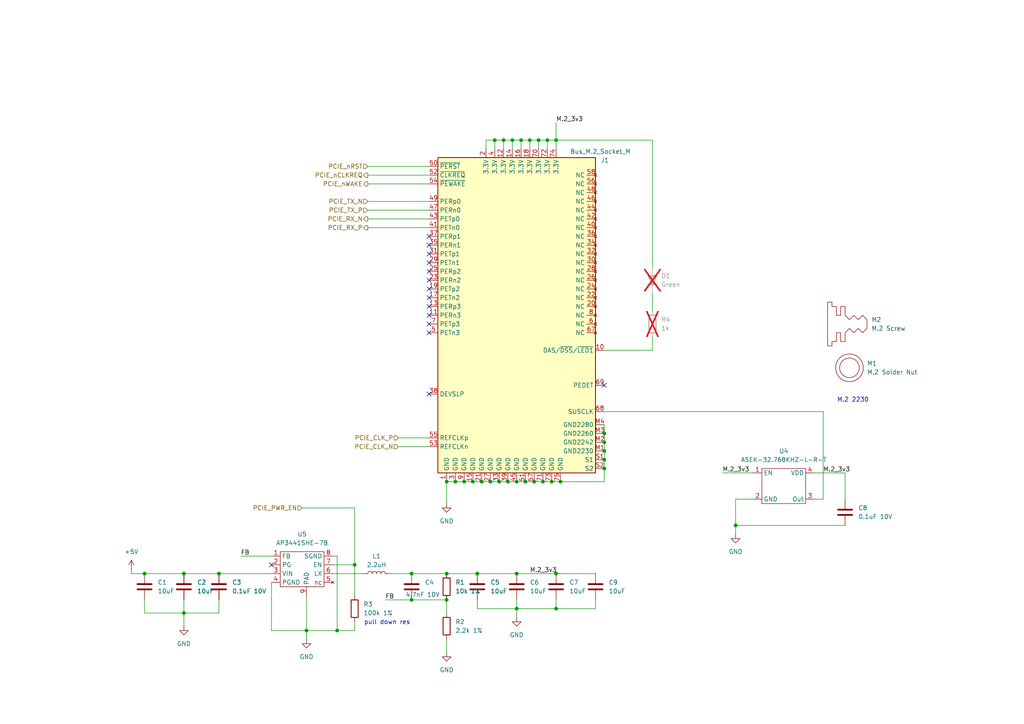
<source format=kicad_sch>
(kicad_sch (version 20250114) (generator "eeschema") (generator_version "9.0")
  (paper "A4")
  (lib_symbols
    (symbol "CM5IO:AP3441SHE-7B"
      (property "Reference" "U" (at -6.35 10.16 0))
      (property "Value" "AP3441SHE-7B" (at 0 7.62 0))
      (symbol "AP3441SHE-7B_0_1"
        (rectangle (start -6.35 6.35) (end 6.35 -3.81))
      )
      (symbol "AP3441SHE-7B_1_1"
        (pin passive line (at -8.89 5.08 0) (length 2.54) (name "FB") (number "1"))
        (pin open_collector line (at -8.89 2.54 0) (length 2.54) (name "PG") (number "2"))
        (pin power_in line (at -8.89 0 0) (length 2.54) (name "VIN") (number "3"))
        (pin power_in line (at -8.89 -2.54 0) (length 2.54) (name "PGND") (number "4"))
        (pin input line (at 1.27 -6.35 90) (length 2.54) (name "PAD") (number "9"))
        (pin power_in line (at 8.89 5.08 180) (length 2.54) (name "SGND") (number "8"))
        (pin input line (at 8.89 2.54 180) (length 2.54) (name "EN") (number "7"))
        (pin power_out line (at 8.89 0 180) (length 2.54) (name "LX") (number "6"))
        (pin no_connect line (at 8.89 -2.54 180) (length 2.54) (name "nc") (number "5"))
      )
    )
    (symbol "CM5IO:ASEK-32.768KHZ-L-R-T"
      (property "Reference" "U" (at -5.08 6.35 0))
      (property "Value" "ASEK-32.768KHZ-L-R-T" (at 0 -6.35 0))
      (symbol "ASEK-32.768KHZ-L-R-T_0_1"
        (rectangle (start -6.35 5.08) (end 6.35 -5.08))
      )
      (symbol "ASEK-32.768KHZ-L-R-T_1_1"
        (pin input line (at -8.89 3.81 0) (length 2.54) (name "EN") (number "1"))
        (pin power_in line (at -8.89 -3.81 0) (length 2.54) (name "GND") (number "2"))
        (pin power_in line (at 8.89 3.81 180) (length 2.54) (name "VDD") (number "4"))
        (pin output line (at 8.89 -3.81 180) (length 2.54) (name "Out") (number "3"))
      )
    )
    (symbol "CM5IO:Bus_M.2_Socket_M"
      (property "Reference" "J" (at -22.86 46.99 0))
      (property "Value" "Bus_M.2_Socket_M" (at 30.988 46.99 0))
      (symbol "Bus_M.2_Socket_M_0_1"
        (rectangle (start -22.86 45.72) (end 22.86 -45.72) (stroke (width 0.254)) (fill (type background)))
      )
      (symbol "Bus_M.2_Socket_M_1_1"
        (pin input line (at -25.4 43.18 0) (length 2.54) (name "~{PERST}") (number "50"))
        (pin bidirectional line (at -25.4 40.64 0) (length 2.54) (name "~{CLKREQ}") (number "52"))
        (pin bidirectional line (at -25.4 38.1 0) (length 2.54) (name "~{PEWAKE}") (number "54"))
        (pin input line (at -25.4 33.02 0) (length 2.54) (name "PERp0") (number "49"))
        (pin input line (at -25.4 30.48 0) (length 2.54) (name "PERn0") (number "47"))
        (pin output line (at -25.4 27.94 0) (length 2.54) (name "PETp0") (number "43"))
        (pin output line (at -25.4 25.4 0) (length 2.54) (name "PETn0") (number "41"))
        (pin input line (at -25.4 22.86 0) (length 2.54) (name "PERp1") (number "37"))
        (pin input line (at -25.4 20.32 0) (length 2.54) (name "PERn1") (number "35"))
        (pin output line (at -25.4 17.78 0) (length 2.54) (name "PETp1") (number "31"))
        (pin output line (at -25.4 15.24 0) (length 2.54) (name "PETn1") (number "29"))
        (pin input line (at -25.4 12.7 0) (length 2.54) (name "PERp2") (number "25"))
        (pin input line (at -25.4 10.16 0) (length 2.54) (name "PERn2") (number "23"))
        (pin output line (at -25.4 7.62 0) (length 2.54) (name "PETp2") (number "19"))
        (pin output line (at -25.4 5.08 0) (length 2.54) (name "PETn2") (number "17"))
        (pin input line (at -25.4 2.54 0) (length 2.54) (name "PERp3") (number "13"))
        (pin input line (at -25.4 0 0) (length 2.54) (name "PERn3") (number "11"))
        (pin output line (at -25.4 -2.54 0) (length 2.54) (name "PETp3") (number "7"))
        (pin output line (at -25.4 -5.08 0) (length 2.54) (name "PETn3") (number "5"))
        (pin input line (at -25.4 -22.86 0) (length 2.54) (name "DEVSLP") (number "38"))
        (pin input line (at -25.4 -35.56 0) (length 2.54) (name "REFCLKp") (number "55"))
        (pin input line (at -25.4 -38.1 0) (length 2.54) (name "REFCLKn") (number "53"))
        (pin power_in line (at -20.32 -48.26 90) (length 2.54) (name "GND") (number "1"))
        (pin power_in line (at -17.78 -48.26 90) (length 2.54) (name "GND") (number "3"))
        (pin power_in line (at -15.24 -48.26 90) (length 2.54) (name "GND") (number "9"))
        (pin power_in line (at -12.7 -48.26 90) (length 2.54) (name "GND") (number "15"))
        (pin power_in line (at -10.16 -48.26 90) (length 2.54) (name "GND") (number "21"))
        (pin power_in line (at -8.89 48.26 270) (length 2.54) (name "3.3V") (number "2"))
        (pin power_in line (at -7.62 -48.26 90) (length 2.54) (name "GND") (number "27"))
        (pin power_in line (at -6.35 48.26 270) (length 2.54) (name "3.3V") (number "4"))
        (pin power_in line (at -5.08 -48.26 90) (length 2.54) (name "GND") (number "33"))
        (pin power_in line (at -3.81 48.26 270) (length 2.54) (name "3.3V") (number "12"))
        (pin power_in line (at -2.54 -48.26 90) (length 2.54) (name "GND") (number "39"))
        (pin power_in line (at -1.27 48.26 270) (length 2.54) (name "3.3V") (number "14"))
        (pin power_in line (at 0 -48.26 90) (length 2.54) (name "GND") (number "45"))
        (pin power_in line (at 1.27 48.26 270) (length 2.54) (name "3.3V") (number "16"))
        (pin power_in line (at 2.54 -48.26 90) (length 2.54) (name "GND") (number "51"))
        (pin power_in line (at 3.81 48.26 270) (length 2.54) (name "3.3V") (number "18"))
        (pin power_in line (at 5.08 -48.26 90) (length 2.54) (name "GND") (number "57"))
        (pin power_in line (at 6.35 48.26 270) (length 2.54) (name "3.3V") (number "70"))
        (pin power_in line (at 7.62 -48.26 90) (length 2.54) (name "GND") (number "71"))
        (pin power_in line (at 8.89 48.26 270) (length 2.54) (name "3.3V") (number "72"))
        (pin power_in line (at 10.16 -48.26 90) (length 2.54) (name "GND") (number "73"))
        (pin power_in line (at 11.43 48.26 270) (length 2.54) (name "3.3V") (number "74"))
        (pin power_in line (at 12.7 -48.26 90) (length 2.54) (name "GND") (number "75"))
        (pin no_connect line (at 22.86 40.64 180) (length 2.54) (name "NC") (number "58"))
        (pin no_connect line (at 22.86 38.1 180) (length 2.54) (name "NC") (number "56"))
        (pin no_connect line (at 22.86 35.56 180) (length 2.54) (name "NC") (number "48"))
        (pin no_connect line (at 22.86 33.02 180) (length 2.54) (name "NC") (number "46"))
        (pin no_connect line (at 22.86 30.48 180) (length 2.54) (name "NC") (number "44"))
        (pin no_connect line (at 22.86 27.94 180) (length 2.54) (name "NC") (number "42"))
        (pin no_connect line (at 22.86 25.4 180) (length 2.54) (name "NC") (number "40"))
        (pin no_connect line (at 22.86 22.86 180) (length 2.54) (name "NC") (number "36"))
        (pin no_connect line (at 22.86 20.32 180) (length 2.54) (name "NC") (number "34"))
        (pin no_connect line (at 22.86 17.78 180) (length 2.54) (name "NC") (number "32"))
        (pin no_connect line (at 22.86 15.24 180) (length 2.54) (name "NC") (number "30"))
        (pin no_connect line (at 22.86 12.7 180) (length 2.54) (name "NC") (number "28"))
        (pin no_connect line (at 22.86 10.16 180) (length 2.54) (name "NC") (number "26"))
        (pin no_connect line (at 22.86 7.62 180) (length 2.54) (name "NC") (number "24"))
        (pin no_connect line (at 22.86 5.08 180) (length 2.54) (name "NC") (number "22"))
        (pin no_connect line (at 22.86 2.54 180) (length 2.54) (name "NC") (number "20"))
        (pin no_connect line (at 22.86 0 180) (length 2.54) (name "NC") (number "8"))
        (pin no_connect line (at 22.86 -2.54 180) (length 2.54) (name "NC") (number "6"))
        (pin no_connect line (at 22.86 -5.08 180) (length 2.54) (name "NC") (number "67"))
        (pin bidirectional line (at 25.4 -10.16 180) (length 2.54) (name "DAS/~{DSS}/~{LED1}") (number "10"))
        (pin passive line (at 25.4 -20.32 180) (length 2.54) (name "PEDET") (number "69"))
        (pin input line (at 25.4 -27.94 180) (length 2.54) (name "SUSCLK") (number "68"))
        (pin passive line (at 25.4 -31.75 180) (length 2.54) (name "GND2280") (number "M4"))
        (pin passive line (at 25.4 -34.29 180) (length 2.54) (name "GND2260") (number "M3"))
        (pin passive line (at 25.4 -36.83 180) (length 2.54) (name "GND2242") (number "M2"))
        (pin passive line (at 25.4 -39.37 180) (length 2.54) (name "GND2230") (number "M1"))
        (pin passive line (at 25.4 -41.91 180) (length 2.54) (name "S1") (number "S1"))
        (pin passive line (at 25.4 -44.45 180) (length 2.54) (name "S2") (number "S2"))
      )
    )
    (symbol "CM5IO:M.2_Screw" (pin_numbers (hide yes)) (pin_names (offset 0) (hide yes)) (on_board no)
      (property "Reference" "M" (at -0.254 -6.35 0))
      (property "Value" "M.2 Screw" (at 0.254 -8.636 0))
      (symbol "M.2_Screw_0_1"
        (polyline (pts (xy -5.08 0) (xy -5.08 -6.35) (xy -3.81 -6.35) (xy -3.81 -5.08) (xy -2.54 -5.08) (xy -2.54 -2.54) (xy -1.27 -2.54) (xy -1.27 -5.08) (xy 0 -5.08) (xy 0 -2.54) (xy 1.27 -1.27) (xy 2.54 -2.54) (xy 3.81 -1.27) (xy 5.08 -2.54) (xy 6.35 -1.27) (xy 6.35 1.27) (xy 5.08 2.54) (xy 3.81 1.27) (xy 2.54 2.54) (xy 1.27 1.27) (xy 0 2.54) (xy 0 5.08) (xy -1.27 5.08) (xy -1.27 2.54) (xy -2.54 2.54) (xy -2.54 5.08) (xy -3.81 5.08) (xy -3.81 6.35) (xy -5.08 6.35) (xy -5.08 0)))
      )
    )
    (symbol "CM5IO:SolderNut" (pin_numbers (hide yes)) (pin_names (offset 0) (hide yes)) (exclude_from_sim yes) (on_board no)
      (property "Reference" "M" (at -6.35 -3.556 0))
      (property "Value" "M.2 Solder Nut" (at 0.254 -5.842 0))
      (symbol "SolderNut_0_1"
        (circle (center 0 0) (radius 2.8398))
        (circle (center 0 0) (radius 4.0161))
      )
    )
    (symbol "Device:C" (pin_numbers (hide yes)) (pin_names (offset 0.254))
      (property "Reference" "C" (at 0.635 2.54 0))
      (property "Value" "C" (at 0.635 -2.54 0))
      (symbol "C_0_1"
        (polyline (pts (xy -2.032 0.762) (xy 2.032 0.762)) (stroke (width 0.508)))
        (polyline (pts (xy -2.032 -0.762) (xy 2.032 -0.762)) (stroke (width 0.508)))
      )
      (symbol "C_1_1"
        (pin passive line (at 0 3.81 270) (length 2.794) (name "~") (number "1"))
        (pin passive line (at 0 -3.81 90) (length 2.794) (name "~") (number "2"))
      )
    )
    (symbol "Device:D" (pin_numbers (hide yes)) (pin_names (offset 1.016) (hide yes))
      (property "Reference" "D" (at 0 2.54 0))
      (property "Value" "D" (at 0 -2.54 0))
      (symbol "D_0_1"
        (polyline (pts (xy -1.27 1.27) (xy -1.27 -1.27)) (stroke (width 0.254)))
        (polyline (pts (xy 1.27 1.27) (xy 1.27 -1.27) (xy -1.27 0) (xy 1.27 1.27)) (stroke (width 0.254)))
        (polyline (pts (xy 1.27 0) (xy -1.27 0)))
      )
      (symbol "D_1_1"
        (pin passive line (at -3.81 0 0) (length 2.54) (name "K") (number "1"))
        (pin passive line (at 3.81 0 180) (length 2.54) (name "A") (number "2"))
      )
    )
    (symbol "Device:L" (pin_numbers (hide yes)) (pin_names (offset 1.016) (hide yes))
      (property "Reference" "L" (at -1.27 0 90))
      (property "Value" "L" (at 1.905 0 90))
      (symbol "L_0_1"
        (arc (start 0 2.54) (mid 0.6323 1.905) (end 0 1.27))
        (arc (start 0 1.27) (mid 0.6323 0.635) (end 0 0))
        (arc (start 0 0) (mid 0.6323 -0.635) (end 0 -1.27))
        (arc (start 0 -1.27) (mid 0.6323 -1.905) (end 0 -2.54))
      )
      (symbol "L_1_1"
        (pin passive line (at 0 3.81 270) (length 1.27) (name "1") (number "1"))
        (pin passive line (at 0 -3.81 90) (length 1.27) (name "2") (number "2"))
      )
    )
    (symbol "Device:R" (pin_numbers (hide yes)) (pin_names (offset 0))
      (property "Reference" "R" (at 2.032 0 90))
      (property "Value" "R" (at 0 0 90))
      (symbol "R_0_1"
        (rectangle (start -1.016 -2.54) (end 1.016 2.54) (stroke (width 0.254)))
      )
      (symbol "R_1_1"
        (pin passive line (at 0 3.81 270) (length 1.27) (name "~") (number "1"))
        (pin passive line (at 0 -3.81 90) (length 1.27) (name "~") (number "2"))
      )
    )
    (symbol "power:+5V" (power) (pin_numbers (hide yes)) (pin_names (offset 0) (hide yes))
      (property "Value" "+5V" (at 0 3.556 0))
      (symbol "+5V_0_1"
        (polyline (pts (xy -0.762 1.27) (xy 0 2.54)))
        (polyline (pts (xy 0 2.54) (xy 0.762 1.27)))
        (polyline (pts (xy 0 0) (xy 0 2.54)))
      )
      (symbol "+5V_1_1"
        (pin power_in line (at 0 0 90) (length 0) (name "~") (number "1"))
      )
    )
    (symbol "power:GND" (power) (pin_numbers (hide yes)) (pin_names (offset 0) (hide yes))
      (property "Value" "GND" (at 0 -3.81 0))
      (symbol "GND_0_1"
        (polyline (pts (xy 0 0) (xy 0 -1.27) (xy 1.27 -1.27) (xy 0 -2.54) (xy -1.27 -1.27) (xy 0 -1.27)))
      )
      (symbol "GND_1_1"
        (pin power_in line (at 0 0 270) (length 0) (name "~") (number "1"))
      )
    )
  )
  (text "M.2 2230" (at 247.396 116.078 0) (effects (font (size 1.27 1.27))))
  (text "pull down res" (at 112.268 180.594 0) (effects (font (size 1.27 1.27))))
  (junction (at 97.79 182.88))
  (junction (at 175.26 128.27))
  (junction (at 102.87 163.83))
  (junction (at 144.78 139.7))
  (junction (at 53.34 166.37))
  (junction (at 152.4 139.7))
  (junction (at 53.34 177.8))
  (junction (at 175.26 135.89))
  (junction (at 142.24 139.7))
  (junction (at 156.21 40.64))
  (junction (at 161.29 166.37))
  (junction (at 63.5 166.37))
  (junction (at 149.86 139.7))
  (junction (at 134.62 139.7))
  (junction (at 160.02 139.7))
  (junction (at 149.86 176.53))
  (junction (at 161.29 176.53))
  (junction (at 153.67 40.64))
  (junction (at 119.38 173.99))
  (junction (at 129.54 166.37))
  (junction (at 213.36 152.4))
  (junction (at 138.43 166.37))
  (junction (at 88.9 182.88))
  (junction (at 132.08 139.7))
  (junction (at 137.16 139.7))
  (junction (at 149.86 166.37))
  (junction (at 154.94 139.7))
  (junction (at 158.75 40.64))
  (junction (at 143.51 40.64))
  (junction (at 146.05 40.64))
  (junction (at 148.59 40.64))
  (junction (at 175.26 133.35))
  (junction (at 151.13 40.64))
  (junction (at 157.48 139.7))
  (junction (at 41.91 166.37))
  (junction (at 129.54 139.7))
  (junction (at 119.38 166.37))
  (junction (at 175.26 125.73))
  (junction (at 161.29 40.64))
  (junction (at 175.26 130.81))
  (junction (at 147.32 139.7))
  (junction (at 129.54 173.99))
  (junction (at 162.56 139.7))
  (junction (at 139.7 139.7))
  (no_connect (at 124.46 81.28))
  (no_connect (at 124.46 86.36))
  (no_connect (at 124.46 93.98))
  (no_connect (at 124.46 88.9))
  (no_connect (at 124.46 91.44))
  (no_connect (at 124.46 73.66))
  (no_connect (at 124.46 114.3))
  (no_connect (at 124.46 78.74))
  (no_connect (at 124.46 68.58))
  (no_connect (at 124.46 71.12))
  (no_connect (at 175.26 111.76))
  (no_connect (at 124.46 83.82))
  (no_connect (at 124.46 96.52))
  (no_connect (at 78.74 163.83))
  (no_connect (at 124.46 76.2))
  (wire (pts (xy 63.5 173.99) (xy 63.5 177.8)))
  (wire (pts (xy 151.13 40.64) (xy 153.67 40.64)))
  (wire (pts (xy 146.05 40.64) (xy 148.59 40.64)))
  (wire (pts (xy 41.91 166.37) (xy 53.34 166.37)))
  (wire (pts (xy 157.48 139.7) (xy 160.02 139.7)))
  (wire (pts (xy 189.23 40.64) (xy 161.29 40.64)))
  (wire (pts (xy 38.1 166.37) (xy 41.91 166.37)))
  (wire (pts (xy 88.9 172.72) (xy 88.9 182.88)))
  (wire (pts (xy 149.86 166.37) (xy 161.29 166.37)))
  (wire (pts (xy 97.79 182.88) (xy 88.9 182.88)))
  (wire (pts (xy 156.21 40.64) (xy 158.75 40.64)))
  (wire (pts (xy 158.75 40.64) (xy 161.29 40.64)))
  (wire (pts (xy 53.34 173.99) (xy 53.34 177.8)))
  (wire (pts (xy 88.9 182.88) (xy 88.9 185.42)))
  (wire (pts (xy 69.85 161.29) (xy 78.74 161.29)))
  (wire (pts (xy 41.91 173.99) (xy 41.91 177.8)))
  (wire (pts (xy 96.52 166.37) (xy 105.41 166.37)))
  (wire (pts (xy 175.26 101.6) (xy 189.23 101.6)))
  (wire (pts (xy 115.57 127) (xy 124.46 127)))
  (wire (pts (xy 102.87 172.72) (xy 102.87 163.83)))
  (wire (pts (xy 129.54 139.7) (xy 129.54 146.05)))
  (wire (pts (xy 213.36 154.94) (xy 213.36 152.4)))
  (wire (pts (xy 138.43 176.53) (xy 149.86 176.53)))
  (wire (pts (xy 161.29 40.64) (xy 161.29 43.18)))
  (wire (pts (xy 138.43 166.37) (xy 149.86 166.37)))
  (wire (pts (xy 146.05 40.64) (xy 146.05 43.18)))
  (wire (pts (xy 106.68 50.8) (xy 124.46 50.8)))
  (wire (pts (xy 175.26 125.73) (xy 175.26 123.19)))
  (wire (pts (xy 161.29 173.99) (xy 161.29 176.53)))
  (wire (pts (xy 209.55 137.16) (xy 218.44 137.16)))
  (wire (pts (xy 97.79 161.29) (xy 97.79 182.88)))
  (wire (pts (xy 175.26 128.27) (xy 175.26 125.73)))
  (wire (pts (xy 149.86 139.7) (xy 152.4 139.7)))
  (wire (pts (xy 111.76 173.99) (xy 119.38 173.99)))
  (wire (pts (xy 138.43 173.99) (xy 138.43 176.53)))
  (wire (pts (xy 245.11 137.16) (xy 245.11 144.78)))
  (wire (pts (xy 129.54 166.37) (xy 138.43 166.37)))
  (wire (pts (xy 140.97 43.18) (xy 140.97 40.64)))
  (wire (pts (xy 149.86 176.53) (xy 149.86 179.07)))
  (wire (pts (xy 213.36 152.4) (xy 213.36 144.78)))
  (wire (pts (xy 158.75 40.64) (xy 158.75 43.18)))
  (wire (pts (xy 119.38 166.37) (xy 129.54 166.37)))
  (wire (pts (xy 154.94 139.7) (xy 157.48 139.7)))
  (wire (pts (xy 236.22 144.78) (xy 238.76 144.78)))
  (wire (pts (xy 102.87 182.88) (xy 97.79 182.88)))
  (wire (pts (xy 137.16 139.7) (xy 139.7 139.7)))
  (wire (pts (xy 102.87 147.32) (xy 87.63 147.32)))
  (wire (pts (xy 161.29 176.53) (xy 149.86 176.53)))
  (wire (pts (xy 106.68 66.04) (xy 124.46 66.04)))
  (wire (pts (xy 106.68 63.5) (xy 124.46 63.5)))
  (wire (pts (xy 175.26 130.81) (xy 175.26 128.27)))
  (wire (pts (xy 161.29 166.37) (xy 172.72 166.37)))
  (wire (pts (xy 162.56 139.7) (xy 175.26 139.7)))
  (wire (pts (xy 148.59 40.64) (xy 151.13 40.64)))
  (wire (pts (xy 156.21 40.64) (xy 156.21 43.18)))
  (wire (pts (xy 143.51 40.64) (xy 143.51 43.18)))
  (wire (pts (xy 172.72 173.99) (xy 172.72 176.53)))
  (wire (pts (xy 140.97 40.64) (xy 143.51 40.64)))
  (wire (pts (xy 175.26 135.89) (xy 175.26 133.35)))
  (wire (pts (xy 53.34 177.8) (xy 53.34 181.61)))
  (wire (pts (xy 119.38 173.99) (xy 129.54 173.99)))
  (wire (pts (xy 189.23 101.6) (xy 189.23 97.79)))
  (wire (pts (xy 160.02 139.7) (xy 162.56 139.7)))
  (wire (pts (xy 213.36 144.78) (xy 218.44 144.78)))
  (wire (pts (xy 129.54 185.42) (xy 129.54 189.23)))
  (wire (pts (xy 149.86 173.99) (xy 149.86 176.53)))
  (wire (pts (xy 53.34 166.37) (xy 63.5 166.37)))
  (wire (pts (xy 144.78 139.7) (xy 147.32 139.7)))
  (wire (pts (xy 151.13 40.64) (xy 151.13 43.18)))
  (wire (pts (xy 41.91 177.8) (xy 53.34 177.8)))
  (wire (pts (xy 115.57 129.54) (xy 124.46 129.54)))
  (wire (pts (xy 189.23 77.47) (xy 189.23 40.64)))
  (wire (pts (xy 236.22 137.16) (xy 245.11 137.16)))
  (wire (pts (xy 153.67 40.64) (xy 153.67 43.18)))
  (wire (pts (xy 213.36 152.4) (xy 245.11 152.4)))
  (wire (pts (xy 142.24 139.7) (xy 144.78 139.7)))
  (wire (pts (xy 106.68 60.96) (xy 124.46 60.96)))
  (wire (pts (xy 172.72 176.53) (xy 161.29 176.53)))
  (wire (pts (xy 238.76 119.38) (xy 175.26 119.38)))
  (wire (pts (xy 132.08 139.7) (xy 134.62 139.7)))
  (wire (pts (xy 106.68 58.42) (xy 124.46 58.42)))
  (wire (pts (xy 38.1 165.1) (xy 38.1 166.37)))
  (wire (pts (xy 147.32 139.7) (xy 149.86 139.7)))
  (wire (pts (xy 63.5 166.37) (xy 78.74 166.37)))
  (wire (pts (xy 143.51 40.64) (xy 146.05 40.64)))
  (wire (pts (xy 102.87 180.34) (xy 102.87 182.88)))
  (wire (pts (xy 134.62 139.7) (xy 137.16 139.7)))
  (wire (pts (xy 63.5 177.8) (xy 53.34 177.8)))
  (wire (pts (xy 152.4 139.7) (xy 154.94 139.7)))
  (wire (pts (xy 106.68 48.26) (xy 124.46 48.26)))
  (wire (pts (xy 189.23 85.09) (xy 189.23 90.17)))
  (wire (pts (xy 102.87 163.83) (xy 102.87 147.32)))
  (wire (pts (xy 161.29 35.56) (xy 161.29 40.64)))
  (wire (pts (xy 153.67 40.64) (xy 156.21 40.64)))
  (wire (pts (xy 106.68 53.34) (xy 124.46 53.34)))
  (wire (pts (xy 78.74 168.91) (xy 78.74 182.88)))
  (wire (pts (xy 175.26 139.7) (xy 175.26 135.89)))
  (wire (pts (xy 78.74 182.88) (xy 88.9 182.88)))
  (wire (pts (xy 96.52 161.29) (xy 97.79 161.29)))
  (wire (pts (xy 129.54 173.99) (xy 129.54 177.8)))
  (wire (pts (xy 139.7 139.7) (xy 142.24 139.7)))
  (wire (pts (xy 113.03 166.37) (xy 119.38 166.37)))
  (wire (pts (xy 96.52 163.83) (xy 102.87 163.83)))
  (wire (pts (xy 129.54 139.7) (xy 132.08 139.7)))
  (wire (pts (xy 238.76 144.78) (xy 238.76 119.38)))
  (wire (pts (xy 175.26 133.35) (xy 175.26 130.81)))
  (wire (pts (xy 148.59 40.64) (xy 148.59 43.18)))
  (label "M.2_3v3" (at 238.76 137.16 0))
  (label "M.2_3v3" (at 161.29 35.56 0))
  (label "M.2_3v3" (at 153.67 166.37 0))
  (label "FB" (at 111.76 173.99 0))
  (label "M.2_3v3" (at 209.55 137.16 0))
  (label "FB" (at 69.85 161.29 0))
  (hierarchical_label "PCIE_RX_N" (shape output) (at 106.68 63.5 180))
  (hierarchical_label "PCIE_nWAKE" (shape output) (at 106.68 53.34 180))
  (hierarchical_label "PCIE_TX_P" (shape input) (at 106.68 60.96 180))
  (hierarchical_label "PCIE_nRST" (shape input) (at 106.68 48.26 180))
  (hierarchical_label "PCIE_nCLKREQ" (shape output) (at 106.68 50.8 180))
  (hierarchical_label "PCIE_CLK_N" (shape input) (at 115.57 129.54 180))
  (hierarchical_label "PCIE_TX_N" (shape input) (at 106.68 58.42 180))
  (hierarchical_label "PCIE_RX_P" (shape output) (at 106.68 66.04 180))
  (hierarchical_label "PCIE_CLK_P" (shape input) (at 115.57 127 180))
  (hierarchical_label "PCIE_PWR_EN" (shape input) (at 87.63 147.32 180))
  (symbol (lib_id "Device:R") (at 189.23 93.98 0) (unit 1) (in_bom no) (dnp yes)
    (property "Reference" "R4" (at 191.77 92.7099 0) (effects (justify left)))
    (property "Value" "1k" (at 191.77 95.2499 0) (effects (justify left)))
    (property "Footprint" "Resistor_SMD:R_0603_1608Metric_Pad0.98x0.95mm_HandSolder" (effects (hide yes)))
    (property "Description" "Resistor" (effects (hide yes)))
    (property "mouser" "594-MCT06030C2201FP5 " (effects (hide yes)))
  )
  (symbol (lib_id "Device:C") (at 172.72 170.18 0) (unit 1)
    (property "Reference" "C9" (at 176.53 168.9099 0) (effects (justify left)))
    (property "Value" "10uF" (at 176.53 171.4499 0) (effects (justify left)))
    (property "Footprint" "Capacitor_SMD:C_0603_1608Metric_Pad1.08x0.95mm_HandSolder" (effects (hide yes)))
    (property "Description" "Unpolarized capacitor" (effects (hide yes)))
    (property "mouser" "81-GRM188Z71A106KA3D " (effects (hide yes)))
  )
  (symbol (lib_id "CM5IO:M.2_Screw") (at 245.11 93.98 0) (unit 1) (on_board no)
    (property "Reference" "M2" (at 252.73 92.7099 0) (effects (justify left)))
    (property "Value" "M.2 Screw" (at 252.73 95.2499 0) (effects (justify left)))
  )
  (symbol (lib_id "power:GND") (at 213.36 154.94 0) (unit 1)
    (property "Reference" "#PWR06" (effects (hide yes)))
    (property "Value" "GND" (at 213.36 160.02 0))
    (property "Description" "Power symbol creates a global label with name \"GND\" , ground" (effects (hide yes)))
  )
  (symbol (lib_id "power:GND") (at 129.54 189.23 0) (unit 1)
    (property "Reference" "#PWR03" (effects (hide yes)))
    (property "Value" "GND" (at 129.54 194.31 0))
    (property "Description" "Power symbol creates a global label with name \"GND\" , ground" (effects (hide yes)))
  )
  (symbol (lib_id "Device:R") (at 129.54 181.61 0) (unit 1)
    (property "Reference" "R2" (at 132.08 180.3399 0) (effects (justify left)))
    (property "Value" "2.2k 1%" (at 132.08 182.8799 0) (effects (justify left)))
    (property "Footprint" "Resistor_SMD:R_0603_1608Metric_Pad0.98x0.95mm_HandSolder" (effects (hide yes)))
    (property "Description" "Resistor" (effects (hide yes)))
    (property "mouser" "594-MCT06030C2201FP5 " (effects (hide yes)))
  )
  (symbol (lib_id "Device:C") (at 53.34 170.18 0) (unit 1)
    (property "Reference" "C2" (at 57.15 168.9099 0) (effects (justify left)))
    (property "Value" "10uF" (at 57.15 171.4499 0) (effects (justify left)))
    (property "Footprint" "Capacitor_SMD:C_0603_1608Metric_Pad1.08x0.95mm_HandSolder" (effects (hide yes)))
    (property "Description" "Unpolarized capacitor" (effects (hide yes)))
    (property "mouser" "81-GRM188Z71A106KA3D " (effects (hide yes)))
  )
  (symbol (lib_id "power:GND") (at 149.86 179.07 0) (unit 1)
    (property "Reference" "#PWR04" (effects (hide yes)))
    (property "Value" "GND" (at 149.86 184.15 0))
    (property "Description" "Power symbol creates a global label with name \"GND\" , ground" (effects (hide yes)))
  )
  (symbol (lib_id "Device:C") (at 119.38 170.18 0) (unit 1)
    (property "Reference" "C4" (at 123.19 168.9099 0) (effects (justify left)))
    (property "Value" "4.7nF 10V" (at 117.602 172.466 0) (effects (justify left)))
    (property "Footprint" "Capacitor_SMD:C_0603_1608Metric_Pad1.08x0.95mm_HandSolder" (effects (hide yes)))
    (property "Description" "Unpolarized capacitor" (effects (hide yes)))
    (property "mouser" "710-885012206012 " (effects (hide yes)))
  )
  (symbol (lib_id "Device:R") (at 129.54 170.18 0) (unit 1)
    (property "Reference" "R1" (at 132.08 168.9099 0) (effects (justify left)))
    (property "Value" "10k 1%" (at 132.08 171.4499 0) (effects (justify left)))
    (property "Footprint" "Resistor_SMD:R_0603_1608Metric_Pad0.98x0.95mm_HandSolder" (effects (hide yes)))
    (property "Description" "Resistor" (effects (hide yes)))
    (property "mouser" "603-RT0603FRE1310KL" (effects (hide yes)))
  )
  (symbol (lib_id "Device:C") (at 245.11 148.59 0) (unit 1)
    (property "Reference" "C8" (at 248.92 147.3199 0) (effects (justify left)))
    (property "Value" "0.1uF 10V" (at 248.92 149.8599 0) (effects (justify left)))
    (property "Footprint" "Capacitor_SMD:C_0603_1608Metric_Pad1.08x0.95mm_HandSolder" (effects (hide yes)))
    (property "Description" "Unpolarized capacitor" (effects (hide yes)))
    (property "mouser" "963-LMF107B7104KAHT " (effects (hide yes)))
  )
  (symbol (lib_id "Device:C") (at 161.29 170.18 0) (unit 1)
    (property "Reference" "C7" (at 165.1 168.9099 0) (effects (justify left)))
    (property "Value" "10uF" (at 165.1 171.4499 0) (effects (justify left)))
    (property "Footprint" "Capacitor_SMD:C_0603_1608Metric_Pad1.08x0.95mm_HandSolder" (effects (hide yes)))
    (property "Description" "Unpolarized capacitor" (effects (hide yes)))
    (property "mouser" "81-GRM188Z71A106KA3D " (effects (hide yes)))
  )
  (symbol (lib_id "Device:C") (at 41.91 170.18 0) (unit 1)
    (property "Reference" "C1" (at 45.72 168.9099 0) (effects (justify left)))
    (property "Value" "10uF" (at 45.72 171.4499 0) (effects (justify left)))
    (property "Footprint" "Capacitor_SMD:C_0603_1608Metric_Pad1.08x0.95mm_HandSolder" (effects (hide yes)))
    (property "Description" "Unpolarized capacitor" (effects (hide yes)))
    (property "mouser" "81-GRM188Z71A106KA3D " (effects (hide yes)))
  )
  (symbol (lib_id "power:GND") (at 129.54 146.05 0) (unit 1)
    (property "Reference" "#PWR07" (effects (hide yes)))
    (property "Value" "GND" (at 129.54 151.13 0))
    (property "Description" "Power symbol creates a global label with name \"GND\" , ground" (effects (hide yes)))
  )
  (symbol (lib_id "power:+5V") (at 38.1 165.1 0) (unit 1)
    (property "Reference" "#PWR05" (effects (hide yes)))
    (property "Value" "+5V" (at 38.1 160.02 0))
    (property "Description" "Power symbol creates a global label with name \"+5V\"" (effects (hide yes)))
  )
  (symbol (lib_id "CM5IO:Bus_M.2_Socket_M") (at 149.86 91.44 0) (unit 1)
    (property "Reference" "J1" (at 174.244 46.482 0) (effects (justify left)))
    (property "Value" "Bus_M.2_Socket_M" (at 165.354 43.942 0) (effects (justify left)))
    (property "Footprint" "M.2 NGFF:121992304" (effects (hide yes)))
    (property "Description" "M.2 Socket 3 Mechanical Key M" (effects (hide yes)))
    (property "mouser" "571-1-2199230-4 " (effects (hide yes)))
  )
  (symbol (lib_id "Device:C") (at 63.5 170.18 0) (unit 1)
    (property "Reference" "C3" (at 67.31 168.9099 0) (effects (justify left)))
    (property "Value" "0.1uF 10V" (at 67.31 171.4499 0) (effects (justify left)))
    (property "Footprint" "Capacitor_SMD:C_0603_1608Metric_Pad1.08x0.95mm_HandSolder" (effects (hide yes)))
    (property "Description" "Unpolarized capacitor" (effects (hide yes)))
    (property "mouser" "963-LMF107B7104KAHT " (effects (hide yes)))
  )
  (symbol (lib_id "power:GND") (at 88.9 185.42 0) (unit 1)
    (property "Reference" "#PWR02" (effects (hide yes)))
    (property "Value" "GND" (at 88.9 190.5 0))
    (property "Description" "Power symbol creates a global label with name \"GND\" , ground" (effects (hide yes)))
  )
  (symbol (lib_id "Device:C") (at 138.43 170.18 0) (unit 1)
    (property "Reference" "C5" (at 142.24 168.9099 0) (effects (justify left)))
    (property "Value" "10uF" (at 142.24 171.4499 0) (effects (justify left)))
    (property "Footprint" "Capacitor_SMD:C_0603_1608Metric_Pad1.08x0.95mm_HandSolder" (effects (hide yes)))
    (property "Description" "Unpolarized capacitor" (effects (hide yes)))
    (property "mouser" "81-GRM188Z71A106KA3D " (effects (hide yes)))
  )
  (symbol (lib_id "Device:D") (at 189.23 81.28 90) (unit 1) (in_bom no) (dnp yes)
    (property "Reference" "D1" (at 191.77 80.0099 90) (effects (justify right)))
    (property "Value" "Green" (at 191.77 82.5499 90) (effects (justify right)))
    (property "Footprint" "Diode_SMD:D_0603_1608Metric_Pad1.05x0.95mm_HandSolder" (effects (hide yes)))
    (property "Description" "Diode" (effects (hide yes)))
    (property "Sim.Device" "D" (effects (hide yes)))
    (property "Sim.Pins" "1=K 2=A" (effects (hide yes)))
  )
  (symbol (lib_id "Device:C") (at 149.86 170.18 0) (unit 1)
    (property "Reference" "C6" (at 153.67 168.9099 0) (effects (justify left)))
    (property "Value" "10uF" (at 153.67 171.4499 0) (effects (justify left)))
    (property "Footprint" "Capacitor_SMD:C_0603_1608Metric_Pad1.08x0.95mm_HandSolder" (effects (hide yes)))
    (property "Description" "Unpolarized capacitor" (effects (hide yes)))
    (property "mouser" "81-GRM188Z71A106KA3D " (effects (hide yes)))
  )
  (symbol (lib_id "CM5IO:AP3441SHE-7B") (at 87.63 166.37 0) (unit 1)
    (property "Reference" "U5" (at 87.63 154.94 0))
    (property "Value" "AP3441SHE-7B" (at 87.63 157.48 0))
    (property "Footprint" "Package_DFN_QFN:DFN-8-1EP_2x2mm_P0.5mm_EP1.05x1.75mm" (effects (hide yes)))
    (property "Datasheet" "https://www.diodes.com/assets/Datasheets/AP3441-L.pdf" (effects (hide yes)))
    (property "mouser" "621-AP3441SHE-7B " (effects (hide yes)))
  )
  (symbol (lib_id "Device:R") (at 102.87 176.53 0) (unit 1)
    (property "Reference" "R3" (at 105.41 175.2599 0) (effects (justify left)))
    (property "Value" "100k 1%" (at 105.41 177.7999 0) (effects (justify left)))
    (property "Footprint" "Resistor_SMD:R_0603_1608Metric_Pad0.98x0.95mm_HandSolder" (effects (hide yes)))
    (property "Description" "Resistor" (effects (hide yes)))
    (property "mouser" "279-CPF0603F100KC1 " (effects (hide yes)))
  )
  (symbol (lib_id "CM5IO:ASEK-32.768KHZ-L-R-T") (at 227.33 140.97 0) (unit 1)
    (property "Reference" "U4" (at 227.33 130.81 0))
    (property "Value" "ASEK-32.768KHZ-L-R-T" (at 227.33 133.35 0))
    (property "Footprint" "Crystal:Crystal_SMD_3225-4Pin_3.2x2.5mm" (effects (hide yes)))
    (property "Datasheet" "https://abracon.com/Oscillators/ASEK.pdf" (effects (hide yes)))
    (property "mouser" "815-ASEK-32.7K-LRT " (effects (hide yes)))
  )
  (symbol (lib_id "CM5IO:SolderNut") (at 246.38 106.68 0) (unit 1) (exclude_from_sim yes) (on_board no)
    (property "Reference" "M1" (at 251.46 105.4099 0) (effects (justify left)))
    (property "Value" "M.2 Solder Nut" (at 251.46 107.9499 0) (effects (justify left)))
  )
  (symbol (lib_id "power:GND") (at 53.34 181.61 0) (unit 1)
    (property "Reference" "#PWR01" (effects (hide yes)))
    (property "Value" "GND" (at 53.34 186.69 0))
    (property "Description" "Power symbol creates a global label with name \"GND\" , ground" (effects (hide yes)))
  )
  (symbol (lib_id "Device:L") (at 109.22 166.37 90) (unit 1)
    (property "Reference" "L1" (at 109.22 161.29 90))
    (property "Value" "2.2uH" (at 109.22 163.83 90))
    (property "Footprint" "CM5IO:L_Bourns_SRP5030CC" (effects (hide yes)))
    (property "Description" "Inductor" (effects (hide yes)))
  )
)
</source>
